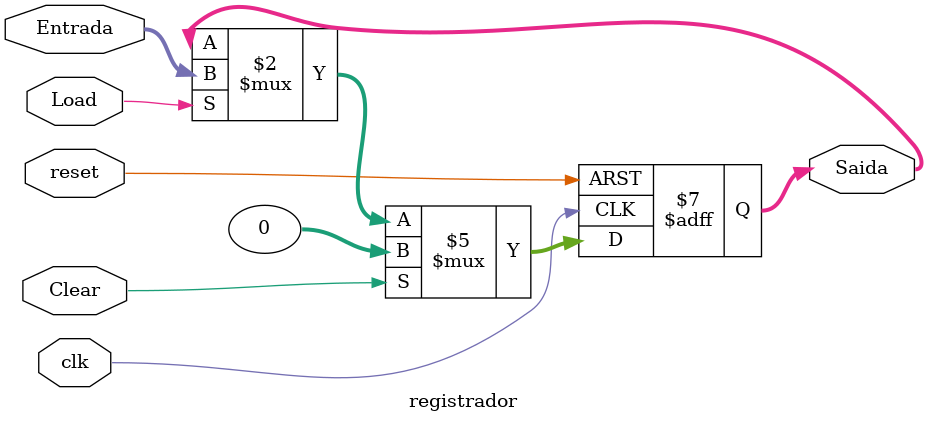
<source format=v>

module registrador #(
    parameter WIDTH = 32
)(
    input wire clk,
    input wire reset,        // Reset assíncrono para estado inicial global
    input wire Load,
    input wire Clear,        // Novo: Sinal de clear síncrono controlado pela FSM
    input wire [WIDTH-1:0] Entrada,
    output reg [WIDTH-1:0] Saida
);

    always @(posedge clk or posedge reset) begin
        if (reset)
            Saida <= {WIDTH{1'b0}};
        else if (Clear) // Clear síncrono tem prioridade sobre o Load
            Saida <= {WIDTH{1'b0}};
        else if (Load)
            Saida <= Entrada;
    end

endmodule
</source>
